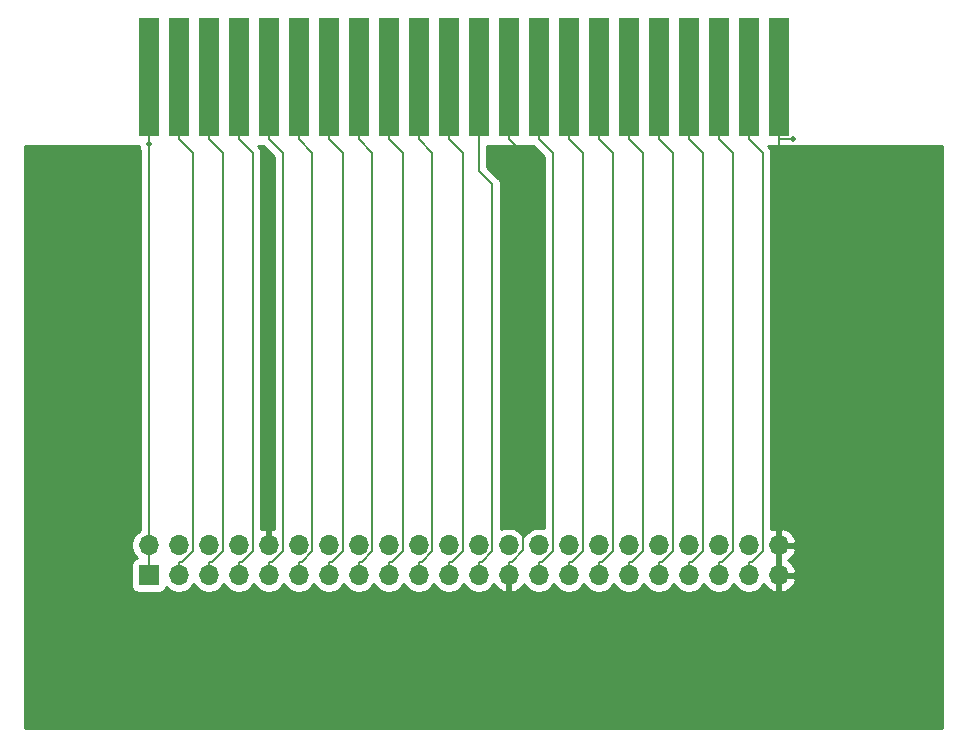
<source format=gbl>
G04 #@! TF.GenerationSoftware,KiCad,Pcbnew,(5.1.9)-1*
G04 #@! TF.CreationDate,2023-09-27T08:13:32+09:00*
G04 #@! TF.ProjectId,CZ800EX,435a3830-3045-4582-9e6b-696361645f70,rev?*
G04 #@! TF.SameCoordinates,PX2faf080PY6f1a620*
G04 #@! TF.FileFunction,Copper,L2,Bot*
G04 #@! TF.FilePolarity,Positive*
%FSLAX46Y46*%
G04 Gerber Fmt 4.6, Leading zero omitted, Abs format (unit mm)*
G04 Created by KiCad (PCBNEW (5.1.9)-1) date 2023-09-27 08:13:32*
%MOMM*%
%LPD*%
G01*
G04 APERTURE LIST*
G04 #@! TA.AperFunction,ConnectorPad*
%ADD10R,1.780000X10.000000*%
G04 #@! TD*
G04 #@! TA.AperFunction,ComponentPad*
%ADD11O,1.700000X1.700000*%
G04 #@! TD*
G04 #@! TA.AperFunction,ComponentPad*
%ADD12R,1.700000X1.700000*%
G04 #@! TD*
G04 #@! TA.AperFunction,ViaPad*
%ADD13C,0.500000*%
G04 #@! TD*
G04 #@! TA.AperFunction,Conductor*
%ADD14C,0.200000*%
G04 #@! TD*
G04 #@! TA.AperFunction,Conductor*
%ADD15C,0.254000*%
G04 #@! TD*
G04 #@! TA.AperFunction,Conductor*
%ADD16C,0.100000*%
G04 #@! TD*
G04 APERTURE END LIST*
D10*
X11176000Y55770000D03*
X13716000Y55770000D03*
X16256000Y55770000D03*
X18796000Y55770000D03*
X21336000Y55770000D03*
X23876000Y55770000D03*
X26416000Y55770000D03*
X28956000Y55770000D03*
X31496000Y55770000D03*
X34036000Y55770000D03*
X36576000Y55770000D03*
X39116000Y55770000D03*
X41656000Y55770000D03*
X44196000Y55770000D03*
X46736000Y55770000D03*
X49276000Y55770000D03*
X51816000Y55770000D03*
X54356000Y55770000D03*
X56896000Y55770000D03*
X59436000Y55770000D03*
X61976000Y55770000D03*
X64516000Y55770000D03*
D11*
X64516000Y16110000D03*
X64516000Y13570000D03*
X61976000Y16110000D03*
X61976000Y13570000D03*
X59436000Y16110000D03*
X59436000Y13570000D03*
X56896000Y16110000D03*
X56896000Y13570000D03*
X54356000Y16110000D03*
X54356000Y13570000D03*
X51816000Y16110000D03*
X51816000Y13570000D03*
X49276000Y16110000D03*
X49276000Y13570000D03*
X46736000Y16110000D03*
X46736000Y13570000D03*
X44196000Y16110000D03*
X44196000Y13570000D03*
X41656000Y16110000D03*
X41656000Y13570000D03*
X39116000Y16110000D03*
X39116000Y13570000D03*
X36576000Y16110000D03*
X36576000Y13570000D03*
X34036000Y16110000D03*
X34036000Y13570000D03*
X31496000Y16110000D03*
X31496000Y13570000D03*
X28956000Y16110000D03*
X28956000Y13570000D03*
X26416000Y16110000D03*
X26416000Y13570000D03*
X23876000Y16110000D03*
X23876000Y13570000D03*
X21336000Y16110000D03*
X21336000Y13570000D03*
X18796000Y16110000D03*
X18796000Y13570000D03*
X16256000Y16110000D03*
X16256000Y13570000D03*
X13716000Y16110000D03*
X13716000Y13570000D03*
X11176000Y16110000D03*
D12*
X11176000Y13570000D03*
D13*
X11176000Y50092100D03*
X65743500Y50469700D03*
D14*
X11176000Y50092100D02*
X11176000Y55770000D01*
X11176000Y16110000D02*
X11176000Y50092100D01*
X11176000Y13570000D02*
X11176000Y16110000D01*
X41656000Y13570000D02*
X41656000Y14720300D01*
X41656000Y55770000D02*
X41656000Y50469700D01*
X41656000Y50469700D02*
X42846400Y49279300D01*
X42846400Y49279300D02*
X42846400Y15672400D01*
X42846400Y15672400D02*
X41894300Y14720300D01*
X41894300Y14720300D02*
X41656000Y14720300D01*
X64516000Y50469700D02*
X64516000Y55770000D01*
X64516000Y16110000D02*
X64516000Y50469700D01*
X64516000Y50469700D02*
X65743500Y50469700D01*
X13716000Y55770000D02*
X13716000Y50469700D01*
X13716000Y13570000D02*
X13716000Y14720300D01*
X13716000Y14720300D02*
X14003600Y14720300D01*
X14003600Y14720300D02*
X14906300Y15623000D01*
X14906300Y15623000D02*
X14906300Y49279400D01*
X14906300Y49279400D02*
X13716000Y50469700D01*
X16256000Y55770000D02*
X16256000Y50469700D01*
X16256000Y13570000D02*
X16256000Y14720300D01*
X16256000Y14720300D02*
X16543600Y14720300D01*
X16543600Y14720300D02*
X17430700Y15607400D01*
X17430700Y15607400D02*
X17430700Y49295000D01*
X17430700Y49295000D02*
X16256000Y50469700D01*
X18796000Y55770000D02*
X18796000Y50469700D01*
X18796000Y13570000D02*
X18796000Y14720300D01*
X18796000Y14720300D02*
X19083600Y14720300D01*
X19083600Y14720300D02*
X19976900Y15613600D01*
X19976900Y15613600D02*
X19976900Y49288800D01*
X19976900Y49288800D02*
X18796000Y50469700D01*
X21336000Y55770000D02*
X21336000Y50469700D01*
X21336000Y13570000D02*
X21336000Y14720300D01*
X21336000Y14720300D02*
X21623600Y14720300D01*
X21623600Y14720300D02*
X22516900Y15613600D01*
X22516900Y15613600D02*
X22516900Y49288800D01*
X22516900Y49288800D02*
X21336000Y50469700D01*
X23876000Y55770000D02*
X23876000Y50469700D01*
X23876000Y13570000D02*
X23876000Y14720300D01*
X23876000Y14720300D02*
X24163600Y14720300D01*
X24163600Y14720300D02*
X25039300Y15596000D01*
X25039300Y15596000D02*
X25039300Y49306400D01*
X25039300Y49306400D02*
X23876000Y50469700D01*
X28956000Y55770000D02*
X28956000Y50469700D01*
X28956000Y13570000D02*
X28956000Y14720300D01*
X28956000Y14720300D02*
X29243600Y14720300D01*
X29243600Y14720300D02*
X30120400Y15597100D01*
X30120400Y15597100D02*
X30120400Y49305300D01*
X30120400Y49305300D02*
X28956000Y50469700D01*
X31496000Y55770000D02*
X31496000Y50469700D01*
X31496000Y13570000D02*
X31496000Y14720300D01*
X31496000Y14720300D02*
X31783600Y14720300D01*
X31783600Y14720300D02*
X32663600Y15600300D01*
X32663600Y15600300D02*
X32663600Y49302100D01*
X32663600Y49302100D02*
X31496000Y50469700D01*
X34036000Y55770000D02*
X34036000Y50469700D01*
X34036000Y13570000D02*
X34036000Y14720300D01*
X34036000Y14720300D02*
X34323600Y14720300D01*
X34323600Y14720300D02*
X35202000Y15598700D01*
X35202000Y15598700D02*
X35202000Y49303700D01*
X35202000Y49303700D02*
X34036000Y50469700D01*
X36576000Y55770000D02*
X36576000Y50469700D01*
X36576000Y13570000D02*
X36576000Y14720300D01*
X36576000Y14720300D02*
X36863600Y14720300D01*
X36863600Y14720300D02*
X37756900Y15613600D01*
X37756900Y15613600D02*
X37756900Y49288800D01*
X37756900Y49288800D02*
X36576000Y50469700D01*
X39116000Y50469700D02*
X39116000Y47825400D01*
X39116000Y47825400D02*
X40279100Y46662300D01*
X40279100Y46662300D02*
X40279100Y15595800D01*
X40279100Y15595800D02*
X39403600Y14720300D01*
X39403600Y14720300D02*
X39116000Y14720300D01*
X39116000Y55770000D02*
X39116000Y50469700D01*
X39116000Y13570000D02*
X39116000Y14720300D01*
X44196000Y55770000D02*
X44196000Y50469700D01*
X44196000Y13570000D02*
X44196000Y14720300D01*
X44196000Y14720300D02*
X44483600Y14720300D01*
X44483600Y14720300D02*
X45376900Y15613600D01*
X45376900Y15613600D02*
X45376900Y49288800D01*
X45376900Y49288800D02*
X44196000Y50469700D01*
X46736000Y55770000D02*
X46736000Y50469700D01*
X46736000Y13570000D02*
X46736000Y14720300D01*
X46736000Y14720300D02*
X47023600Y14720300D01*
X47023600Y14720300D02*
X47916900Y15613600D01*
X47916900Y15613600D02*
X47916900Y49288800D01*
X47916900Y49288800D02*
X46736000Y50469700D01*
X49276000Y55770000D02*
X49276000Y50469700D01*
X49276000Y13570000D02*
X49276000Y14720300D01*
X49276000Y14720300D02*
X49563600Y14720300D01*
X49563600Y14720300D02*
X50456900Y15613600D01*
X50456900Y15613600D02*
X50456900Y49288800D01*
X50456900Y49288800D02*
X49276000Y50469700D01*
X51816000Y55770000D02*
X51816000Y50469700D01*
X51816000Y13570000D02*
X51816000Y14720300D01*
X51816000Y14720300D02*
X52103600Y14720300D01*
X52103600Y14720300D02*
X52996900Y15613600D01*
X52996900Y15613600D02*
X52996900Y49288800D01*
X52996900Y49288800D02*
X51816000Y50469700D01*
X54356000Y55770000D02*
X54356000Y50469700D01*
X54356000Y13570000D02*
X54356000Y14720300D01*
X54356000Y14720300D02*
X54643600Y14720300D01*
X54643600Y14720300D02*
X55536900Y15613600D01*
X55536900Y15613600D02*
X55536900Y49288800D01*
X55536900Y49288800D02*
X54356000Y50469700D01*
X56896000Y55770000D02*
X56896000Y50469700D01*
X56896000Y13570000D02*
X56896000Y14720300D01*
X56896000Y14720300D02*
X57183600Y14720300D01*
X57183600Y14720300D02*
X58076900Y15613600D01*
X58076900Y15613600D02*
X58076900Y49288800D01*
X58076900Y49288800D02*
X56896000Y50469700D01*
X59436000Y55770000D02*
X59436000Y50469700D01*
X59436000Y13570000D02*
X59436000Y14720300D01*
X59436000Y14720300D02*
X59723600Y14720300D01*
X59723600Y14720300D02*
X60616900Y15613600D01*
X60616900Y15613600D02*
X60616900Y49288800D01*
X60616900Y49288800D02*
X59436000Y50469700D01*
X61976000Y55770000D02*
X61976000Y50469700D01*
X61976000Y13570000D02*
X61976000Y14720300D01*
X61976000Y14720300D02*
X62263600Y14720300D01*
X62263600Y14720300D02*
X63156900Y15613600D01*
X63156900Y15613600D02*
X63156900Y49288800D01*
X63156900Y49288800D02*
X61976000Y50469700D01*
X26416000Y55770000D02*
X26416000Y50469700D01*
X26416000Y13570000D02*
X26416000Y14720300D01*
X26416000Y14720300D02*
X26703600Y14720300D01*
X26703600Y14720300D02*
X27589200Y15605900D01*
X27589200Y15605900D02*
X27589200Y49296500D01*
X27589200Y49296500D02*
X26416000Y50469700D01*
D15*
X10325010Y49833955D02*
X10391723Y49672895D01*
X10441001Y49599146D01*
X10441000Y17404883D01*
X10229368Y17263475D01*
X10022525Y17056632D01*
X9860010Y16813411D01*
X9748068Y16543158D01*
X9691000Y16256260D01*
X9691000Y15963740D01*
X9748068Y15676842D01*
X9860010Y15406589D01*
X10022525Y15163368D01*
X10154380Y15031513D01*
X10081820Y15009502D01*
X9971506Y14950537D01*
X9874815Y14871185D01*
X9795463Y14774494D01*
X9736498Y14664180D01*
X9700188Y14544482D01*
X9687928Y14420000D01*
X9687928Y12720000D01*
X9700188Y12595518D01*
X9736498Y12475820D01*
X9795463Y12365506D01*
X9874815Y12268815D01*
X9971506Y12189463D01*
X10081820Y12130498D01*
X10201518Y12094188D01*
X10326000Y12081928D01*
X12026000Y12081928D01*
X12150482Y12094188D01*
X12270180Y12130498D01*
X12380494Y12189463D01*
X12477185Y12268815D01*
X12556537Y12365506D01*
X12615502Y12475820D01*
X12637513Y12548380D01*
X12769368Y12416525D01*
X13012589Y12254010D01*
X13282842Y12142068D01*
X13569740Y12085000D01*
X13862260Y12085000D01*
X14149158Y12142068D01*
X14419411Y12254010D01*
X14662632Y12416525D01*
X14869475Y12623368D01*
X14986000Y12797760D01*
X15102525Y12623368D01*
X15309368Y12416525D01*
X15552589Y12254010D01*
X15822842Y12142068D01*
X16109740Y12085000D01*
X16402260Y12085000D01*
X16689158Y12142068D01*
X16959411Y12254010D01*
X17202632Y12416525D01*
X17409475Y12623368D01*
X17526000Y12797760D01*
X17642525Y12623368D01*
X17849368Y12416525D01*
X18092589Y12254010D01*
X18362842Y12142068D01*
X18649740Y12085000D01*
X18942260Y12085000D01*
X19229158Y12142068D01*
X19499411Y12254010D01*
X19742632Y12416525D01*
X19949475Y12623368D01*
X20066000Y12797760D01*
X20182525Y12623368D01*
X20389368Y12416525D01*
X20632589Y12254010D01*
X20902842Y12142068D01*
X21189740Y12085000D01*
X21482260Y12085000D01*
X21769158Y12142068D01*
X22039411Y12254010D01*
X22282632Y12416525D01*
X22489475Y12623368D01*
X22606000Y12797760D01*
X22722525Y12623368D01*
X22929368Y12416525D01*
X23172589Y12254010D01*
X23442842Y12142068D01*
X23729740Y12085000D01*
X24022260Y12085000D01*
X24309158Y12142068D01*
X24579411Y12254010D01*
X24822632Y12416525D01*
X25029475Y12623368D01*
X25146000Y12797760D01*
X25262525Y12623368D01*
X25469368Y12416525D01*
X25712589Y12254010D01*
X25982842Y12142068D01*
X26269740Y12085000D01*
X26562260Y12085000D01*
X26849158Y12142068D01*
X27119411Y12254010D01*
X27362632Y12416525D01*
X27569475Y12623368D01*
X27686000Y12797760D01*
X27802525Y12623368D01*
X28009368Y12416525D01*
X28252589Y12254010D01*
X28522842Y12142068D01*
X28809740Y12085000D01*
X29102260Y12085000D01*
X29389158Y12142068D01*
X29659411Y12254010D01*
X29902632Y12416525D01*
X30109475Y12623368D01*
X30226000Y12797760D01*
X30342525Y12623368D01*
X30549368Y12416525D01*
X30792589Y12254010D01*
X31062842Y12142068D01*
X31349740Y12085000D01*
X31642260Y12085000D01*
X31929158Y12142068D01*
X32199411Y12254010D01*
X32442632Y12416525D01*
X32649475Y12623368D01*
X32766000Y12797760D01*
X32882525Y12623368D01*
X33089368Y12416525D01*
X33332589Y12254010D01*
X33602842Y12142068D01*
X33889740Y12085000D01*
X34182260Y12085000D01*
X34469158Y12142068D01*
X34739411Y12254010D01*
X34982632Y12416525D01*
X35189475Y12623368D01*
X35306000Y12797760D01*
X35422525Y12623368D01*
X35629368Y12416525D01*
X35872589Y12254010D01*
X36142842Y12142068D01*
X36429740Y12085000D01*
X36722260Y12085000D01*
X37009158Y12142068D01*
X37279411Y12254010D01*
X37522632Y12416525D01*
X37729475Y12623368D01*
X37846000Y12797760D01*
X37962525Y12623368D01*
X38169368Y12416525D01*
X38412589Y12254010D01*
X38682842Y12142068D01*
X38969740Y12085000D01*
X39262260Y12085000D01*
X39549158Y12142068D01*
X39819411Y12254010D01*
X40062632Y12416525D01*
X40269475Y12623368D01*
X40391195Y12805534D01*
X40460822Y12688645D01*
X40655731Y12472412D01*
X40889080Y12298359D01*
X41151901Y12173175D01*
X41299110Y12128524D01*
X41529000Y12249845D01*
X41529000Y13443000D01*
X41509000Y13443000D01*
X41509000Y13697000D01*
X41529000Y13697000D01*
X41529000Y13717000D01*
X41783000Y13717000D01*
X41783000Y13697000D01*
X41803000Y13697000D01*
X41803000Y13443000D01*
X41783000Y13443000D01*
X41783000Y12249845D01*
X42012890Y12128524D01*
X42160099Y12173175D01*
X42422920Y12298359D01*
X42656269Y12472412D01*
X42851178Y12688645D01*
X42920805Y12805534D01*
X43042525Y12623368D01*
X43249368Y12416525D01*
X43492589Y12254010D01*
X43762842Y12142068D01*
X44049740Y12085000D01*
X44342260Y12085000D01*
X44629158Y12142068D01*
X44899411Y12254010D01*
X45142632Y12416525D01*
X45349475Y12623368D01*
X45466000Y12797760D01*
X45582525Y12623368D01*
X45789368Y12416525D01*
X46032589Y12254010D01*
X46302842Y12142068D01*
X46589740Y12085000D01*
X46882260Y12085000D01*
X47169158Y12142068D01*
X47439411Y12254010D01*
X47682632Y12416525D01*
X47889475Y12623368D01*
X48006000Y12797760D01*
X48122525Y12623368D01*
X48329368Y12416525D01*
X48572589Y12254010D01*
X48842842Y12142068D01*
X49129740Y12085000D01*
X49422260Y12085000D01*
X49709158Y12142068D01*
X49979411Y12254010D01*
X50222632Y12416525D01*
X50429475Y12623368D01*
X50546000Y12797760D01*
X50662525Y12623368D01*
X50869368Y12416525D01*
X51112589Y12254010D01*
X51382842Y12142068D01*
X51669740Y12085000D01*
X51962260Y12085000D01*
X52249158Y12142068D01*
X52519411Y12254010D01*
X52762632Y12416525D01*
X52969475Y12623368D01*
X53086000Y12797760D01*
X53202525Y12623368D01*
X53409368Y12416525D01*
X53652589Y12254010D01*
X53922842Y12142068D01*
X54209740Y12085000D01*
X54502260Y12085000D01*
X54789158Y12142068D01*
X55059411Y12254010D01*
X55302632Y12416525D01*
X55509475Y12623368D01*
X55626000Y12797760D01*
X55742525Y12623368D01*
X55949368Y12416525D01*
X56192589Y12254010D01*
X56462842Y12142068D01*
X56749740Y12085000D01*
X57042260Y12085000D01*
X57329158Y12142068D01*
X57599411Y12254010D01*
X57842632Y12416525D01*
X58049475Y12623368D01*
X58166000Y12797760D01*
X58282525Y12623368D01*
X58489368Y12416525D01*
X58732589Y12254010D01*
X59002842Y12142068D01*
X59289740Y12085000D01*
X59582260Y12085000D01*
X59869158Y12142068D01*
X60139411Y12254010D01*
X60382632Y12416525D01*
X60589475Y12623368D01*
X60706000Y12797760D01*
X60822525Y12623368D01*
X61029368Y12416525D01*
X61272589Y12254010D01*
X61542842Y12142068D01*
X61829740Y12085000D01*
X62122260Y12085000D01*
X62409158Y12142068D01*
X62679411Y12254010D01*
X62922632Y12416525D01*
X63129475Y12623368D01*
X63251195Y12805534D01*
X63320822Y12688645D01*
X63515731Y12472412D01*
X63749080Y12298359D01*
X64011901Y12173175D01*
X64159110Y12128524D01*
X64389000Y12249845D01*
X64389000Y13443000D01*
X64643000Y13443000D01*
X64643000Y12249845D01*
X64872890Y12128524D01*
X65020099Y12173175D01*
X65282920Y12298359D01*
X65516269Y12472412D01*
X65711178Y12688645D01*
X65860157Y12938748D01*
X65957481Y13213109D01*
X65836814Y13443000D01*
X64643000Y13443000D01*
X64389000Y13443000D01*
X64369000Y13443000D01*
X64369000Y13697000D01*
X64389000Y13697000D01*
X64389000Y15983000D01*
X64643000Y15983000D01*
X64643000Y13697000D01*
X65836814Y13697000D01*
X65957481Y13926891D01*
X65860157Y14201252D01*
X65711178Y14451355D01*
X65516269Y14667588D01*
X65285120Y14840000D01*
X65516269Y15012412D01*
X65711178Y15228645D01*
X65860157Y15478748D01*
X65957481Y15753109D01*
X65836814Y15983000D01*
X64643000Y15983000D01*
X64389000Y15983000D01*
X64369000Y15983000D01*
X64369000Y16237000D01*
X64389000Y16237000D01*
X64389000Y17430155D01*
X64643000Y17430155D01*
X64643000Y16237000D01*
X65836814Y16237000D01*
X65957481Y16466891D01*
X65860157Y16741252D01*
X65711178Y16991355D01*
X65516269Y17207588D01*
X65282920Y17381641D01*
X65020099Y17506825D01*
X64872890Y17551476D01*
X64643000Y17430155D01*
X64389000Y17430155D01*
X64159110Y17551476D01*
X64011901Y17506825D01*
X63891900Y17449667D01*
X63891900Y49252695D01*
X63895456Y49288800D01*
X63881265Y49432885D01*
X63875926Y49450485D01*
X63839237Y49571433D01*
X63770987Y49699120D01*
X63679138Y49811038D01*
X63651093Y49834054D01*
X63612147Y49873000D01*
X78340001Y49873000D01*
X78340000Y660000D01*
X660000Y660000D01*
X660000Y49873000D01*
X10317243Y49873000D01*
X10325010Y49833955D01*
G04 #@! TA.AperFunction,Conductor*
D16*
G36*
X10325010Y49833955D02*
G01*
X10391723Y49672895D01*
X10441001Y49599146D01*
X10441000Y17404883D01*
X10229368Y17263475D01*
X10022525Y17056632D01*
X9860010Y16813411D01*
X9748068Y16543158D01*
X9691000Y16256260D01*
X9691000Y15963740D01*
X9748068Y15676842D01*
X9860010Y15406589D01*
X10022525Y15163368D01*
X10154380Y15031513D01*
X10081820Y15009502D01*
X9971506Y14950537D01*
X9874815Y14871185D01*
X9795463Y14774494D01*
X9736498Y14664180D01*
X9700188Y14544482D01*
X9687928Y14420000D01*
X9687928Y12720000D01*
X9700188Y12595518D01*
X9736498Y12475820D01*
X9795463Y12365506D01*
X9874815Y12268815D01*
X9971506Y12189463D01*
X10081820Y12130498D01*
X10201518Y12094188D01*
X10326000Y12081928D01*
X12026000Y12081928D01*
X12150482Y12094188D01*
X12270180Y12130498D01*
X12380494Y12189463D01*
X12477185Y12268815D01*
X12556537Y12365506D01*
X12615502Y12475820D01*
X12637513Y12548380D01*
X12769368Y12416525D01*
X13012589Y12254010D01*
X13282842Y12142068D01*
X13569740Y12085000D01*
X13862260Y12085000D01*
X14149158Y12142068D01*
X14419411Y12254010D01*
X14662632Y12416525D01*
X14869475Y12623368D01*
X14986000Y12797760D01*
X15102525Y12623368D01*
X15309368Y12416525D01*
X15552589Y12254010D01*
X15822842Y12142068D01*
X16109740Y12085000D01*
X16402260Y12085000D01*
X16689158Y12142068D01*
X16959411Y12254010D01*
X17202632Y12416525D01*
X17409475Y12623368D01*
X17526000Y12797760D01*
X17642525Y12623368D01*
X17849368Y12416525D01*
X18092589Y12254010D01*
X18362842Y12142068D01*
X18649740Y12085000D01*
X18942260Y12085000D01*
X19229158Y12142068D01*
X19499411Y12254010D01*
X19742632Y12416525D01*
X19949475Y12623368D01*
X20066000Y12797760D01*
X20182525Y12623368D01*
X20389368Y12416525D01*
X20632589Y12254010D01*
X20902842Y12142068D01*
X21189740Y12085000D01*
X21482260Y12085000D01*
X21769158Y12142068D01*
X22039411Y12254010D01*
X22282632Y12416525D01*
X22489475Y12623368D01*
X22606000Y12797760D01*
X22722525Y12623368D01*
X22929368Y12416525D01*
X23172589Y12254010D01*
X23442842Y12142068D01*
X23729740Y12085000D01*
X24022260Y12085000D01*
X24309158Y12142068D01*
X24579411Y12254010D01*
X24822632Y12416525D01*
X25029475Y12623368D01*
X25146000Y12797760D01*
X25262525Y12623368D01*
X25469368Y12416525D01*
X25712589Y12254010D01*
X25982842Y12142068D01*
X26269740Y12085000D01*
X26562260Y12085000D01*
X26849158Y12142068D01*
X27119411Y12254010D01*
X27362632Y12416525D01*
X27569475Y12623368D01*
X27686000Y12797760D01*
X27802525Y12623368D01*
X28009368Y12416525D01*
X28252589Y12254010D01*
X28522842Y12142068D01*
X28809740Y12085000D01*
X29102260Y12085000D01*
X29389158Y12142068D01*
X29659411Y12254010D01*
X29902632Y12416525D01*
X30109475Y12623368D01*
X30226000Y12797760D01*
X30342525Y12623368D01*
X30549368Y12416525D01*
X30792589Y12254010D01*
X31062842Y12142068D01*
X31349740Y12085000D01*
X31642260Y12085000D01*
X31929158Y12142068D01*
X32199411Y12254010D01*
X32442632Y12416525D01*
X32649475Y12623368D01*
X32766000Y12797760D01*
X32882525Y12623368D01*
X33089368Y12416525D01*
X33332589Y12254010D01*
X33602842Y12142068D01*
X33889740Y12085000D01*
X34182260Y12085000D01*
X34469158Y12142068D01*
X34739411Y12254010D01*
X34982632Y12416525D01*
X35189475Y12623368D01*
X35306000Y12797760D01*
X35422525Y12623368D01*
X35629368Y12416525D01*
X35872589Y12254010D01*
X36142842Y12142068D01*
X36429740Y12085000D01*
X36722260Y12085000D01*
X37009158Y12142068D01*
X37279411Y12254010D01*
X37522632Y12416525D01*
X37729475Y12623368D01*
X37846000Y12797760D01*
X37962525Y12623368D01*
X38169368Y12416525D01*
X38412589Y12254010D01*
X38682842Y12142068D01*
X38969740Y12085000D01*
X39262260Y12085000D01*
X39549158Y12142068D01*
X39819411Y12254010D01*
X40062632Y12416525D01*
X40269475Y12623368D01*
X40391195Y12805534D01*
X40460822Y12688645D01*
X40655731Y12472412D01*
X40889080Y12298359D01*
X41151901Y12173175D01*
X41299110Y12128524D01*
X41529000Y12249845D01*
X41529000Y13443000D01*
X41509000Y13443000D01*
X41509000Y13697000D01*
X41529000Y13697000D01*
X41529000Y13717000D01*
X41783000Y13717000D01*
X41783000Y13697000D01*
X41803000Y13697000D01*
X41803000Y13443000D01*
X41783000Y13443000D01*
X41783000Y12249845D01*
X42012890Y12128524D01*
X42160099Y12173175D01*
X42422920Y12298359D01*
X42656269Y12472412D01*
X42851178Y12688645D01*
X42920805Y12805534D01*
X43042525Y12623368D01*
X43249368Y12416525D01*
X43492589Y12254010D01*
X43762842Y12142068D01*
X44049740Y12085000D01*
X44342260Y12085000D01*
X44629158Y12142068D01*
X44899411Y12254010D01*
X45142632Y12416525D01*
X45349475Y12623368D01*
X45466000Y12797760D01*
X45582525Y12623368D01*
X45789368Y12416525D01*
X46032589Y12254010D01*
X46302842Y12142068D01*
X46589740Y12085000D01*
X46882260Y12085000D01*
X47169158Y12142068D01*
X47439411Y12254010D01*
X47682632Y12416525D01*
X47889475Y12623368D01*
X48006000Y12797760D01*
X48122525Y12623368D01*
X48329368Y12416525D01*
X48572589Y12254010D01*
X48842842Y12142068D01*
X49129740Y12085000D01*
X49422260Y12085000D01*
X49709158Y12142068D01*
X49979411Y12254010D01*
X50222632Y12416525D01*
X50429475Y12623368D01*
X50546000Y12797760D01*
X50662525Y12623368D01*
X50869368Y12416525D01*
X51112589Y12254010D01*
X51382842Y12142068D01*
X51669740Y12085000D01*
X51962260Y12085000D01*
X52249158Y12142068D01*
X52519411Y12254010D01*
X52762632Y12416525D01*
X52969475Y12623368D01*
X53086000Y12797760D01*
X53202525Y12623368D01*
X53409368Y12416525D01*
X53652589Y12254010D01*
X53922842Y12142068D01*
X54209740Y12085000D01*
X54502260Y12085000D01*
X54789158Y12142068D01*
X55059411Y12254010D01*
X55302632Y12416525D01*
X55509475Y12623368D01*
X55626000Y12797760D01*
X55742525Y12623368D01*
X55949368Y12416525D01*
X56192589Y12254010D01*
X56462842Y12142068D01*
X56749740Y12085000D01*
X57042260Y12085000D01*
X57329158Y12142068D01*
X57599411Y12254010D01*
X57842632Y12416525D01*
X58049475Y12623368D01*
X58166000Y12797760D01*
X58282525Y12623368D01*
X58489368Y12416525D01*
X58732589Y12254010D01*
X59002842Y12142068D01*
X59289740Y12085000D01*
X59582260Y12085000D01*
X59869158Y12142068D01*
X60139411Y12254010D01*
X60382632Y12416525D01*
X60589475Y12623368D01*
X60706000Y12797760D01*
X60822525Y12623368D01*
X61029368Y12416525D01*
X61272589Y12254010D01*
X61542842Y12142068D01*
X61829740Y12085000D01*
X62122260Y12085000D01*
X62409158Y12142068D01*
X62679411Y12254010D01*
X62922632Y12416525D01*
X63129475Y12623368D01*
X63251195Y12805534D01*
X63320822Y12688645D01*
X63515731Y12472412D01*
X63749080Y12298359D01*
X64011901Y12173175D01*
X64159110Y12128524D01*
X64389000Y12249845D01*
X64389000Y13443000D01*
X64643000Y13443000D01*
X64643000Y12249845D01*
X64872890Y12128524D01*
X65020099Y12173175D01*
X65282920Y12298359D01*
X65516269Y12472412D01*
X65711178Y12688645D01*
X65860157Y12938748D01*
X65957481Y13213109D01*
X65836814Y13443000D01*
X64643000Y13443000D01*
X64389000Y13443000D01*
X64369000Y13443000D01*
X64369000Y13697000D01*
X64389000Y13697000D01*
X64389000Y15983000D01*
X64643000Y15983000D01*
X64643000Y13697000D01*
X65836814Y13697000D01*
X65957481Y13926891D01*
X65860157Y14201252D01*
X65711178Y14451355D01*
X65516269Y14667588D01*
X65285120Y14840000D01*
X65516269Y15012412D01*
X65711178Y15228645D01*
X65860157Y15478748D01*
X65957481Y15753109D01*
X65836814Y15983000D01*
X64643000Y15983000D01*
X64389000Y15983000D01*
X64369000Y15983000D01*
X64369000Y16237000D01*
X64389000Y16237000D01*
X64389000Y17430155D01*
X64643000Y17430155D01*
X64643000Y16237000D01*
X65836814Y16237000D01*
X65957481Y16466891D01*
X65860157Y16741252D01*
X65711178Y16991355D01*
X65516269Y17207588D01*
X65282920Y17381641D01*
X65020099Y17506825D01*
X64872890Y17551476D01*
X64643000Y17430155D01*
X64389000Y17430155D01*
X64159110Y17551476D01*
X64011901Y17506825D01*
X63891900Y17449667D01*
X63891900Y49252695D01*
X63895456Y49288800D01*
X63881265Y49432885D01*
X63875926Y49450485D01*
X63839237Y49571433D01*
X63770987Y49699120D01*
X63679138Y49811038D01*
X63651093Y49834054D01*
X63612147Y49873000D01*
X78340001Y49873000D01*
X78340000Y660000D01*
X660000Y660000D01*
X660000Y49873000D01*
X10317243Y49873000D01*
X10325010Y49833955D01*
G37*
G04 #@! TD.AperFunction*
D15*
X21781901Y48984352D02*
X21781900Y17524478D01*
X21692890Y17551476D01*
X21463000Y17430155D01*
X21463000Y16237000D01*
X21483000Y16237000D01*
X21483000Y15983000D01*
X21463000Y15983000D01*
X21463000Y15963000D01*
X21209000Y15963000D01*
X21209000Y15983000D01*
X21189000Y15983000D01*
X21189000Y16237000D01*
X21209000Y16237000D01*
X21209000Y17430155D01*
X20979110Y17551476D01*
X20831901Y17506825D01*
X20711900Y17449667D01*
X20711900Y49252695D01*
X20715456Y49288800D01*
X20701265Y49432885D01*
X20695926Y49450485D01*
X20659237Y49571433D01*
X20590987Y49699120D01*
X20499138Y49811038D01*
X20471093Y49834054D01*
X20432147Y49873000D01*
X20893254Y49873000D01*
X21781901Y48984352D01*
G04 #@! TA.AperFunction,Conductor*
D16*
G36*
X21781901Y48984352D02*
G01*
X21781900Y17524478D01*
X21692890Y17551476D01*
X21463000Y17430155D01*
X21463000Y16237000D01*
X21483000Y16237000D01*
X21483000Y15983000D01*
X21463000Y15983000D01*
X21463000Y15963000D01*
X21209000Y15963000D01*
X21209000Y15983000D01*
X21189000Y15983000D01*
X21189000Y16237000D01*
X21209000Y16237000D01*
X21209000Y17430155D01*
X20979110Y17551476D01*
X20831901Y17506825D01*
X20711900Y17449667D01*
X20711900Y49252695D01*
X20715456Y49288800D01*
X20701265Y49432885D01*
X20695926Y49450485D01*
X20659237Y49571433D01*
X20590987Y49699120D01*
X20499138Y49811038D01*
X20471093Y49834054D01*
X20432147Y49873000D01*
X20893254Y49873000D01*
X21781901Y48984352D01*
G37*
G04 #@! TD.AperFunction*
D15*
X44641901Y48984352D02*
X44641900Y17532654D01*
X44629158Y17537932D01*
X44342260Y17595000D01*
X44049740Y17595000D01*
X43762842Y17537932D01*
X43492589Y17425990D01*
X43249368Y17263475D01*
X43042525Y17056632D01*
X42926000Y16882240D01*
X42809475Y17056632D01*
X42602632Y17263475D01*
X42359411Y17425990D01*
X42089158Y17537932D01*
X41802260Y17595000D01*
X41509740Y17595000D01*
X41222842Y17537932D01*
X41014100Y17451469D01*
X41014100Y46626195D01*
X41017656Y46662300D01*
X41003465Y46806385D01*
X40961437Y46944932D01*
X40961437Y46944933D01*
X40893187Y47072620D01*
X40869867Y47101035D01*
X40824353Y47156494D01*
X40824350Y47156497D01*
X40801337Y47184538D01*
X40773297Y47207550D01*
X39851000Y48129846D01*
X39851000Y49873000D01*
X43753254Y49873000D01*
X44641901Y48984352D01*
G04 #@! TA.AperFunction,Conductor*
D16*
G36*
X44641901Y48984352D02*
G01*
X44641900Y17532654D01*
X44629158Y17537932D01*
X44342260Y17595000D01*
X44049740Y17595000D01*
X43762842Y17537932D01*
X43492589Y17425990D01*
X43249368Y17263475D01*
X43042525Y17056632D01*
X42926000Y16882240D01*
X42809475Y17056632D01*
X42602632Y17263475D01*
X42359411Y17425990D01*
X42089158Y17537932D01*
X41802260Y17595000D01*
X41509740Y17595000D01*
X41222842Y17537932D01*
X41014100Y17451469D01*
X41014100Y46626195D01*
X41017656Y46662300D01*
X41003465Y46806385D01*
X40961437Y46944932D01*
X40961437Y46944933D01*
X40893187Y47072620D01*
X40869867Y47101035D01*
X40824353Y47156494D01*
X40824350Y47156497D01*
X40801337Y47184538D01*
X40773297Y47207550D01*
X39851000Y48129846D01*
X39851000Y49873000D01*
X43753254Y49873000D01*
X44641901Y48984352D01*
G37*
G04 #@! TD.AperFunction*
M02*

</source>
